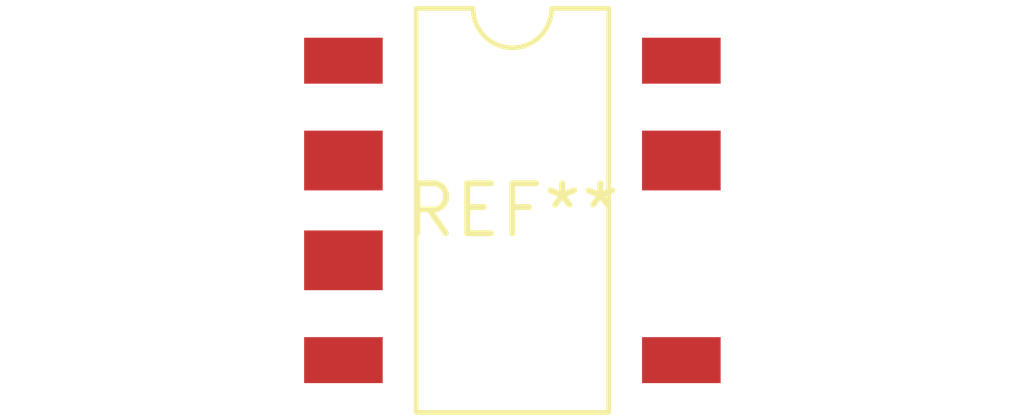
<source format=kicad_pcb>
(kicad_pcb (version 20240108) (generator pcbnew)
  (layers (0 "F.Cu" signal) (31 "B.Cu" signal) (34 "B.Paste" user) (35 "F.Paste" user) (36 "B.SilkS" user "B.Silkscreen") (37 "F.SilkS" user "F.Silkscreen") (38 "B.Mask" user) (39 "F.Mask" user) (44 "Edge.Cuts" user))
  (net 0 "")
  (footprint "PowerIntegrations_SMD-8B" (layer "F.Cu") (at 0 0)
    (property "Reference" "REF**")
    (property "Value" "PowerIntegrations_SMD-8B")
    (fp_line (start -2.45 -5.14) (end -2.45 5.14) (layer "F.SilkS") (stroke (width 0.12)))
    (fp_line (start -2.45 5.14) (end 2.45 5.14) (layer "F.SilkS") (stroke (width 0.12)))
    (fp_line (start -1 -5.14) (end -2.45 -5.14) (layer "F.SilkS") (stroke (width 0.12)))
    (fp_line (start 2.45 -5.14) (end 1 -5.14) (layer "F.SilkS") (stroke (width 0.12)))
    (fp_line (start 2.45 5.14) (end 2.45 -5.14) (layer "F.SilkS") (stroke (width 0.12)))
    (fp_arc (start 1 -5.14) (mid 0 -4.14) (end -1 -5.14) (layer "F.SilkS") (stroke (width 0.12)))
    (pad "1" smd rect (at -4.3 -3.81) (size 2 1.17) (layers "F.Cu" "F.Paste" "F.Mask"))
    (pad "2" smd rect (at -4.3 -1.27) (size 2 1.52) (layers "F.Cu" "F.Paste" "F.Mask"))
    (pad "3" smd rect (at -4.3 1.27) (size 2 1.52) (layers "F.Cu" "F.Paste" "F.Mask"))
    (pad "4" smd rect (at -4.3 3.81) (size 2 1.17) (layers "F.Cu" "F.Paste" "F.Mask"))
    (pad "5" smd rect (at 4.3 3.81) (size 2 1.17) (layers "F.Cu" "F.Paste" "F.Mask"))
    (pad "7" smd rect (at 4.3 -1.27) (size 2 1.52) (layers "F.Cu" "F.Paste" "F.Mask"))
    (pad "8" smd rect (at 4.3 -3.81) (size 2 1.17) (layers "F.Cu" "F.Paste" "F.Mask"))
  )
)
</source>
